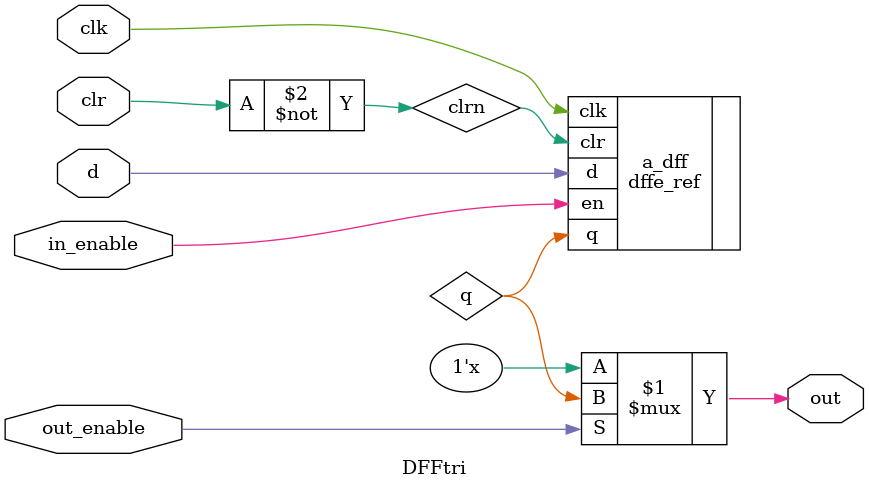
<source format=v>
module DFFtri(d, clk, clr,  in_enable, out_enable, out);
    input d, clk, clr, in_enable, out_enable;
    output out;

    wire q, clrn;    

    not NOT_clear(clrn, clr);

    dffe_ref a_dff(.q(q), .d(d), .clk(clk), .en(in_enable), .clr(clrn));   
    assign out = out_enable ? q : 1'bz;
endmodule

</source>
